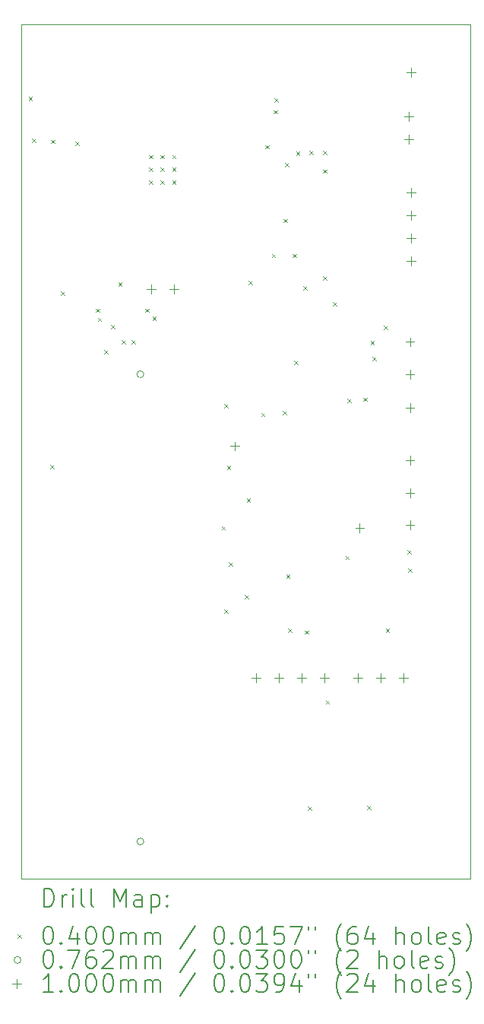
<source format=gbr>
%FSLAX45Y45*%
G04 Gerber Fmt 4.5, Leading zero omitted, Abs format (unit mm)*
G04 Created by KiCad (PCBNEW 6.0.0-d3dd2cf0fa~116~ubuntu20.04.1) date 2022-02-22 07:52:54*
%MOMM*%
%LPD*%
G01*
G04 APERTURE LIST*
%TA.AperFunction,Profile*%
%ADD10C,0.100000*%
%TD*%
%ADD11C,0.200000*%
%ADD12C,0.040000*%
%ADD13C,0.076200*%
%ADD14C,0.100000*%
G04 APERTURE END LIST*
D10*
X4300000Y-3200000D02*
X9300000Y-3200000D01*
X9300000Y-3200000D02*
X9300000Y-12700000D01*
X9300000Y-12700000D02*
X4300000Y-12700000D01*
X4300000Y-12700000D02*
X4300000Y-3200000D01*
D11*
D12*
X4380000Y-4000000D02*
X4420000Y-4040000D01*
X4420000Y-4000000D02*
X4380000Y-4040000D01*
X4420000Y-4470000D02*
X4460000Y-4510000D01*
X4460000Y-4470000D02*
X4420000Y-4510000D01*
X4620000Y-8100000D02*
X4660000Y-8140000D01*
X4660000Y-8100000D02*
X4620000Y-8140000D01*
X4630000Y-4480000D02*
X4670000Y-4520000D01*
X4670000Y-4480000D02*
X4630000Y-4520000D01*
X4740000Y-6170000D02*
X4780000Y-6210000D01*
X4780000Y-6170000D02*
X4740000Y-6210000D01*
X4900000Y-4500000D02*
X4940000Y-4540000D01*
X4940000Y-4500000D02*
X4900000Y-4540000D01*
X5130000Y-6360000D02*
X5170000Y-6400000D01*
X5170000Y-6360000D02*
X5130000Y-6400000D01*
X5150069Y-6460069D02*
X5190069Y-6500069D01*
X5190069Y-6460069D02*
X5150069Y-6500069D01*
X5220000Y-6820000D02*
X5260000Y-6860000D01*
X5260000Y-6820000D02*
X5220000Y-6860000D01*
X5300000Y-6540000D02*
X5340000Y-6580000D01*
X5340000Y-6540000D02*
X5300000Y-6580000D01*
X5380000Y-6070000D02*
X5420000Y-6110000D01*
X5420000Y-6070000D02*
X5380000Y-6110000D01*
X5414950Y-6710000D02*
X5454950Y-6750000D01*
X5454950Y-6710000D02*
X5414950Y-6750000D01*
X5530000Y-6710000D02*
X5570000Y-6750000D01*
X5570000Y-6710000D02*
X5530000Y-6750000D01*
X5680000Y-6360000D02*
X5720000Y-6400000D01*
X5720000Y-6360000D02*
X5680000Y-6400000D01*
X5720000Y-4650000D02*
X5760000Y-4690000D01*
X5760000Y-4650000D02*
X5720000Y-4690000D01*
X5720000Y-4790000D02*
X5760000Y-4830000D01*
X5760000Y-4790000D02*
X5720000Y-4830000D01*
X5720000Y-4930000D02*
X5760000Y-4970000D01*
X5760000Y-4930000D02*
X5720000Y-4970000D01*
X5760000Y-6450000D02*
X5800000Y-6490000D01*
X5800000Y-6450000D02*
X5760000Y-6490000D01*
X5850000Y-4650000D02*
X5890000Y-4690000D01*
X5890000Y-4650000D02*
X5850000Y-4690000D01*
X5850000Y-4790000D02*
X5890000Y-4830000D01*
X5890000Y-4790000D02*
X5850000Y-4830000D01*
X5850000Y-4930000D02*
X5890000Y-4970000D01*
X5890000Y-4930000D02*
X5850000Y-4970000D01*
X5980000Y-4650000D02*
X6020000Y-4690000D01*
X6020000Y-4650000D02*
X5980000Y-4690000D01*
X5980000Y-4790000D02*
X6020000Y-4830000D01*
X6020000Y-4790000D02*
X5980000Y-4830000D01*
X5980000Y-4930000D02*
X6020000Y-4970000D01*
X6020000Y-4930000D02*
X5980000Y-4970000D01*
X6530000Y-8780000D02*
X6570000Y-8820000D01*
X6570000Y-8780000D02*
X6530000Y-8820000D01*
X6560000Y-7420000D02*
X6600000Y-7460000D01*
X6600000Y-7420000D02*
X6560000Y-7460000D01*
X6560000Y-9710000D02*
X6600000Y-9750000D01*
X6600000Y-9710000D02*
X6560000Y-9750000D01*
X6590000Y-8110000D02*
X6630000Y-8150000D01*
X6630000Y-8110000D02*
X6590000Y-8150000D01*
X6610000Y-9180000D02*
X6650000Y-9220000D01*
X6650000Y-9180000D02*
X6610000Y-9220000D01*
X6790000Y-9550000D02*
X6830000Y-9590000D01*
X6830000Y-9550000D02*
X6790000Y-9590000D01*
X6810000Y-8470000D02*
X6850000Y-8510000D01*
X6850000Y-8470000D02*
X6810000Y-8510000D01*
X6830000Y-6050000D02*
X6870000Y-6090000D01*
X6870000Y-6050000D02*
X6830000Y-6090000D01*
X6970000Y-7520000D02*
X7010000Y-7560000D01*
X7010000Y-7520000D02*
X6970000Y-7560000D01*
X7020000Y-4540000D02*
X7060000Y-4580000D01*
X7060000Y-4540000D02*
X7020000Y-4580000D01*
X7090000Y-5750000D02*
X7130000Y-5790000D01*
X7130000Y-5750000D02*
X7090000Y-5790000D01*
X7110000Y-4150000D02*
X7150000Y-4190000D01*
X7150000Y-4150000D02*
X7110000Y-4190000D01*
X7120000Y-4020000D02*
X7160000Y-4060000D01*
X7160000Y-4020000D02*
X7120000Y-4060000D01*
X7210000Y-7500000D02*
X7250000Y-7540000D01*
X7250000Y-7500000D02*
X7210000Y-7540000D01*
X7220000Y-5360000D02*
X7260000Y-5400000D01*
X7260000Y-5360000D02*
X7220000Y-5400000D01*
X7240000Y-4740000D02*
X7280000Y-4780000D01*
X7280000Y-4740000D02*
X7240000Y-4780000D01*
X7250000Y-9320000D02*
X7290000Y-9360000D01*
X7290000Y-9320000D02*
X7250000Y-9360000D01*
X7270000Y-9920000D02*
X7310000Y-9960000D01*
X7310000Y-9920000D02*
X7270000Y-9960000D01*
X7320000Y-5750000D02*
X7360000Y-5790000D01*
X7360000Y-5750000D02*
X7320000Y-5790000D01*
X7340000Y-6940000D02*
X7380000Y-6980000D01*
X7380000Y-6940000D02*
X7340000Y-6980000D01*
X7360000Y-4610000D02*
X7400000Y-4650000D01*
X7400000Y-4610000D02*
X7360000Y-4650000D01*
X7440000Y-6110000D02*
X7480000Y-6150000D01*
X7480000Y-6110000D02*
X7440000Y-6150000D01*
X7460000Y-9940000D02*
X7500000Y-9980000D01*
X7500000Y-9940000D02*
X7460000Y-9980000D01*
X7490000Y-11900000D02*
X7530000Y-11940000D01*
X7530000Y-11900000D02*
X7490000Y-11940000D01*
X7510000Y-4600000D02*
X7550000Y-4640000D01*
X7550000Y-4600000D02*
X7510000Y-4640000D01*
X7660000Y-4600000D02*
X7700000Y-4640000D01*
X7700000Y-4600000D02*
X7660000Y-4640000D01*
X7660000Y-4810000D02*
X7700000Y-4850000D01*
X7700000Y-4810000D02*
X7660000Y-4850000D01*
X7660000Y-6000000D02*
X7700000Y-6040000D01*
X7700000Y-6000000D02*
X7660000Y-6040000D01*
X7690000Y-10720000D02*
X7730000Y-10760000D01*
X7730000Y-10720000D02*
X7690000Y-10760000D01*
X7770000Y-6290000D02*
X7810000Y-6330000D01*
X7810000Y-6290000D02*
X7770000Y-6330000D01*
X7910000Y-9110000D02*
X7950000Y-9150000D01*
X7950000Y-9110000D02*
X7910000Y-9150000D01*
X7930000Y-7360000D02*
X7970000Y-7400000D01*
X7970000Y-7360000D02*
X7930000Y-7400000D01*
X8110000Y-7350000D02*
X8150000Y-7390000D01*
X8150000Y-7350000D02*
X8110000Y-7390000D01*
X8150000Y-11890000D02*
X8190000Y-11930000D01*
X8190000Y-11890000D02*
X8150000Y-11930000D01*
X8190000Y-6720000D02*
X8230000Y-6760000D01*
X8230000Y-6720000D02*
X8190000Y-6760000D01*
X8210000Y-6900000D02*
X8250000Y-6940000D01*
X8250000Y-6900000D02*
X8210000Y-6940000D01*
X8340000Y-6550000D02*
X8380000Y-6590000D01*
X8380000Y-6550000D02*
X8340000Y-6590000D01*
X8360000Y-9920000D02*
X8400000Y-9960000D01*
X8400000Y-9920000D02*
X8360000Y-9960000D01*
X8600000Y-9050000D02*
X8640000Y-9090000D01*
X8640000Y-9050000D02*
X8600000Y-9090000D01*
X8610000Y-9250000D02*
X8650000Y-9290000D01*
X8650000Y-9250000D02*
X8610000Y-9290000D01*
D13*
X5663500Y-7090000D02*
G75*
G03*
X5663500Y-7090000I-38100J0D01*
G01*
X5663500Y-12290000D02*
G75*
G03*
X5663500Y-12290000I-38100J0D01*
G01*
D14*
X5743500Y-6090000D02*
X5743500Y-6190000D01*
X5693500Y-6140000D02*
X5793500Y-6140000D01*
X5997500Y-6090000D02*
X5997500Y-6190000D01*
X5947500Y-6140000D02*
X6047500Y-6140000D01*
X6680000Y-7840000D02*
X6680000Y-7940000D01*
X6630000Y-7890000D02*
X6730000Y-7890000D01*
X6916000Y-10420000D02*
X6916000Y-10520000D01*
X6866000Y-10470000D02*
X6966000Y-10470000D01*
X7170000Y-10420000D02*
X7170000Y-10520000D01*
X7120000Y-10470000D02*
X7220000Y-10470000D01*
X7424000Y-10420000D02*
X7424000Y-10520000D01*
X7374000Y-10470000D02*
X7474000Y-10470000D01*
X7678000Y-10420000D02*
X7678000Y-10520000D01*
X7628000Y-10470000D02*
X7728000Y-10470000D01*
X8052000Y-10420000D02*
X8052000Y-10520000D01*
X8002000Y-10470000D02*
X8102000Y-10470000D01*
X8070000Y-8750000D02*
X8070000Y-8850000D01*
X8020000Y-8800000D02*
X8120000Y-8800000D01*
X8306000Y-10420000D02*
X8306000Y-10520000D01*
X8256000Y-10470000D02*
X8356000Y-10470000D01*
X8560000Y-10420000D02*
X8560000Y-10520000D01*
X8510000Y-10470000D02*
X8610000Y-10470000D01*
X8620000Y-4170000D02*
X8620000Y-4270000D01*
X8570000Y-4220000D02*
X8670000Y-4220000D01*
X8620000Y-4424000D02*
X8620000Y-4524000D01*
X8570000Y-4474000D02*
X8670000Y-4474000D01*
X8630000Y-6680000D02*
X8630000Y-6780000D01*
X8580000Y-6730000D02*
X8680000Y-6730000D01*
X8630000Y-7040000D02*
X8630000Y-7140000D01*
X8580000Y-7090000D02*
X8680000Y-7090000D01*
X8630000Y-7410000D02*
X8630000Y-7510000D01*
X8580000Y-7460000D02*
X8680000Y-7460000D01*
X8630000Y-8000000D02*
X8630000Y-8100000D01*
X8580000Y-8050000D02*
X8680000Y-8050000D01*
X8630000Y-8360000D02*
X8630000Y-8460000D01*
X8580000Y-8410000D02*
X8680000Y-8410000D01*
X8630000Y-8720000D02*
X8630000Y-8820000D01*
X8580000Y-8770000D02*
X8680000Y-8770000D01*
X8640000Y-3680000D02*
X8640000Y-3780000D01*
X8590000Y-3730000D02*
X8690000Y-3730000D01*
X8640000Y-5020000D02*
X8640000Y-5120000D01*
X8590000Y-5070000D02*
X8690000Y-5070000D01*
X8640000Y-5274000D02*
X8640000Y-5374000D01*
X8590000Y-5324000D02*
X8690000Y-5324000D01*
X8640000Y-5528000D02*
X8640000Y-5628000D01*
X8590000Y-5578000D02*
X8690000Y-5578000D01*
X8640000Y-5782000D02*
X8640000Y-5882000D01*
X8590000Y-5832000D02*
X8690000Y-5832000D01*
D11*
X4552619Y-13015476D02*
X4552619Y-12815476D01*
X4600238Y-12815476D01*
X4628810Y-12825000D01*
X4647857Y-12844048D01*
X4657381Y-12863095D01*
X4666905Y-12901190D01*
X4666905Y-12929762D01*
X4657381Y-12967857D01*
X4647857Y-12986905D01*
X4628810Y-13005952D01*
X4600238Y-13015476D01*
X4552619Y-13015476D01*
X4752619Y-13015476D02*
X4752619Y-12882143D01*
X4752619Y-12920238D02*
X4762143Y-12901190D01*
X4771667Y-12891667D01*
X4790714Y-12882143D01*
X4809762Y-12882143D01*
X4876429Y-13015476D02*
X4876429Y-12882143D01*
X4876429Y-12815476D02*
X4866905Y-12825000D01*
X4876429Y-12834524D01*
X4885952Y-12825000D01*
X4876429Y-12815476D01*
X4876429Y-12834524D01*
X5000238Y-13015476D02*
X4981190Y-13005952D01*
X4971667Y-12986905D01*
X4971667Y-12815476D01*
X5105000Y-13015476D02*
X5085952Y-13005952D01*
X5076429Y-12986905D01*
X5076429Y-12815476D01*
X5333571Y-13015476D02*
X5333571Y-12815476D01*
X5400238Y-12958333D01*
X5466905Y-12815476D01*
X5466905Y-13015476D01*
X5647857Y-13015476D02*
X5647857Y-12910714D01*
X5638333Y-12891667D01*
X5619286Y-12882143D01*
X5581190Y-12882143D01*
X5562143Y-12891667D01*
X5647857Y-13005952D02*
X5628809Y-13015476D01*
X5581190Y-13015476D01*
X5562143Y-13005952D01*
X5552619Y-12986905D01*
X5552619Y-12967857D01*
X5562143Y-12948809D01*
X5581190Y-12939286D01*
X5628809Y-12939286D01*
X5647857Y-12929762D01*
X5743095Y-12882143D02*
X5743095Y-13082143D01*
X5743095Y-12891667D02*
X5762143Y-12882143D01*
X5800238Y-12882143D01*
X5819286Y-12891667D01*
X5828809Y-12901190D01*
X5838333Y-12920238D01*
X5838333Y-12977381D01*
X5828809Y-12996428D01*
X5819286Y-13005952D01*
X5800238Y-13015476D01*
X5762143Y-13015476D01*
X5743095Y-13005952D01*
X5924048Y-12996428D02*
X5933571Y-13005952D01*
X5924048Y-13015476D01*
X5914524Y-13005952D01*
X5924048Y-12996428D01*
X5924048Y-13015476D01*
X5924048Y-12891667D02*
X5933571Y-12901190D01*
X5924048Y-12910714D01*
X5914524Y-12901190D01*
X5924048Y-12891667D01*
X5924048Y-12910714D01*
D12*
X4255000Y-13325000D02*
X4295000Y-13365000D01*
X4295000Y-13325000D02*
X4255000Y-13365000D01*
D11*
X4590714Y-13235476D02*
X4609762Y-13235476D01*
X4628810Y-13245000D01*
X4638333Y-13254524D01*
X4647857Y-13273571D01*
X4657381Y-13311667D01*
X4657381Y-13359286D01*
X4647857Y-13397381D01*
X4638333Y-13416428D01*
X4628810Y-13425952D01*
X4609762Y-13435476D01*
X4590714Y-13435476D01*
X4571667Y-13425952D01*
X4562143Y-13416428D01*
X4552619Y-13397381D01*
X4543095Y-13359286D01*
X4543095Y-13311667D01*
X4552619Y-13273571D01*
X4562143Y-13254524D01*
X4571667Y-13245000D01*
X4590714Y-13235476D01*
X4743095Y-13416428D02*
X4752619Y-13425952D01*
X4743095Y-13435476D01*
X4733571Y-13425952D01*
X4743095Y-13416428D01*
X4743095Y-13435476D01*
X4924048Y-13302143D02*
X4924048Y-13435476D01*
X4876429Y-13225952D02*
X4828810Y-13368809D01*
X4952619Y-13368809D01*
X5066905Y-13235476D02*
X5085952Y-13235476D01*
X5105000Y-13245000D01*
X5114524Y-13254524D01*
X5124048Y-13273571D01*
X5133571Y-13311667D01*
X5133571Y-13359286D01*
X5124048Y-13397381D01*
X5114524Y-13416428D01*
X5105000Y-13425952D01*
X5085952Y-13435476D01*
X5066905Y-13435476D01*
X5047857Y-13425952D01*
X5038333Y-13416428D01*
X5028810Y-13397381D01*
X5019286Y-13359286D01*
X5019286Y-13311667D01*
X5028810Y-13273571D01*
X5038333Y-13254524D01*
X5047857Y-13245000D01*
X5066905Y-13235476D01*
X5257381Y-13235476D02*
X5276429Y-13235476D01*
X5295476Y-13245000D01*
X5305000Y-13254524D01*
X5314524Y-13273571D01*
X5324048Y-13311667D01*
X5324048Y-13359286D01*
X5314524Y-13397381D01*
X5305000Y-13416428D01*
X5295476Y-13425952D01*
X5276429Y-13435476D01*
X5257381Y-13435476D01*
X5238333Y-13425952D01*
X5228810Y-13416428D01*
X5219286Y-13397381D01*
X5209762Y-13359286D01*
X5209762Y-13311667D01*
X5219286Y-13273571D01*
X5228810Y-13254524D01*
X5238333Y-13245000D01*
X5257381Y-13235476D01*
X5409762Y-13435476D02*
X5409762Y-13302143D01*
X5409762Y-13321190D02*
X5419286Y-13311667D01*
X5438333Y-13302143D01*
X5466905Y-13302143D01*
X5485952Y-13311667D01*
X5495476Y-13330714D01*
X5495476Y-13435476D01*
X5495476Y-13330714D02*
X5505000Y-13311667D01*
X5524048Y-13302143D01*
X5552619Y-13302143D01*
X5571667Y-13311667D01*
X5581190Y-13330714D01*
X5581190Y-13435476D01*
X5676428Y-13435476D02*
X5676428Y-13302143D01*
X5676428Y-13321190D02*
X5685952Y-13311667D01*
X5705000Y-13302143D01*
X5733571Y-13302143D01*
X5752619Y-13311667D01*
X5762143Y-13330714D01*
X5762143Y-13435476D01*
X5762143Y-13330714D02*
X5771667Y-13311667D01*
X5790714Y-13302143D01*
X5819286Y-13302143D01*
X5838333Y-13311667D01*
X5847857Y-13330714D01*
X5847857Y-13435476D01*
X6238333Y-13225952D02*
X6066905Y-13483095D01*
X6495476Y-13235476D02*
X6514524Y-13235476D01*
X6533571Y-13245000D01*
X6543095Y-13254524D01*
X6552619Y-13273571D01*
X6562143Y-13311667D01*
X6562143Y-13359286D01*
X6552619Y-13397381D01*
X6543095Y-13416428D01*
X6533571Y-13425952D01*
X6514524Y-13435476D01*
X6495476Y-13435476D01*
X6476428Y-13425952D01*
X6466905Y-13416428D01*
X6457381Y-13397381D01*
X6447857Y-13359286D01*
X6447857Y-13311667D01*
X6457381Y-13273571D01*
X6466905Y-13254524D01*
X6476428Y-13245000D01*
X6495476Y-13235476D01*
X6647857Y-13416428D02*
X6657381Y-13425952D01*
X6647857Y-13435476D01*
X6638333Y-13425952D01*
X6647857Y-13416428D01*
X6647857Y-13435476D01*
X6781190Y-13235476D02*
X6800238Y-13235476D01*
X6819286Y-13245000D01*
X6828809Y-13254524D01*
X6838333Y-13273571D01*
X6847857Y-13311667D01*
X6847857Y-13359286D01*
X6838333Y-13397381D01*
X6828809Y-13416428D01*
X6819286Y-13425952D01*
X6800238Y-13435476D01*
X6781190Y-13435476D01*
X6762143Y-13425952D01*
X6752619Y-13416428D01*
X6743095Y-13397381D01*
X6733571Y-13359286D01*
X6733571Y-13311667D01*
X6743095Y-13273571D01*
X6752619Y-13254524D01*
X6762143Y-13245000D01*
X6781190Y-13235476D01*
X7038333Y-13435476D02*
X6924048Y-13435476D01*
X6981190Y-13435476D02*
X6981190Y-13235476D01*
X6962143Y-13264048D01*
X6943095Y-13283095D01*
X6924048Y-13292619D01*
X7219286Y-13235476D02*
X7124048Y-13235476D01*
X7114524Y-13330714D01*
X7124048Y-13321190D01*
X7143095Y-13311667D01*
X7190714Y-13311667D01*
X7209762Y-13321190D01*
X7219286Y-13330714D01*
X7228809Y-13349762D01*
X7228809Y-13397381D01*
X7219286Y-13416428D01*
X7209762Y-13425952D01*
X7190714Y-13435476D01*
X7143095Y-13435476D01*
X7124048Y-13425952D01*
X7114524Y-13416428D01*
X7295476Y-13235476D02*
X7428809Y-13235476D01*
X7343095Y-13435476D01*
X7495476Y-13235476D02*
X7495476Y-13273571D01*
X7571667Y-13235476D02*
X7571667Y-13273571D01*
X7866905Y-13511667D02*
X7857381Y-13502143D01*
X7838333Y-13473571D01*
X7828809Y-13454524D01*
X7819286Y-13425952D01*
X7809762Y-13378333D01*
X7809762Y-13340238D01*
X7819286Y-13292619D01*
X7828809Y-13264048D01*
X7838333Y-13245000D01*
X7857381Y-13216428D01*
X7866905Y-13206905D01*
X8028809Y-13235476D02*
X7990714Y-13235476D01*
X7971667Y-13245000D01*
X7962143Y-13254524D01*
X7943095Y-13283095D01*
X7933571Y-13321190D01*
X7933571Y-13397381D01*
X7943095Y-13416428D01*
X7952619Y-13425952D01*
X7971667Y-13435476D01*
X8009762Y-13435476D01*
X8028809Y-13425952D01*
X8038333Y-13416428D01*
X8047857Y-13397381D01*
X8047857Y-13349762D01*
X8038333Y-13330714D01*
X8028809Y-13321190D01*
X8009762Y-13311667D01*
X7971667Y-13311667D01*
X7952619Y-13321190D01*
X7943095Y-13330714D01*
X7933571Y-13349762D01*
X8219286Y-13302143D02*
X8219286Y-13435476D01*
X8171667Y-13225952D02*
X8124048Y-13368809D01*
X8247857Y-13368809D01*
X8476429Y-13435476D02*
X8476429Y-13235476D01*
X8562143Y-13435476D02*
X8562143Y-13330714D01*
X8552619Y-13311667D01*
X8533571Y-13302143D01*
X8505000Y-13302143D01*
X8485952Y-13311667D01*
X8476429Y-13321190D01*
X8685952Y-13435476D02*
X8666905Y-13425952D01*
X8657381Y-13416428D01*
X8647857Y-13397381D01*
X8647857Y-13340238D01*
X8657381Y-13321190D01*
X8666905Y-13311667D01*
X8685952Y-13302143D01*
X8714524Y-13302143D01*
X8733571Y-13311667D01*
X8743095Y-13321190D01*
X8752619Y-13340238D01*
X8752619Y-13397381D01*
X8743095Y-13416428D01*
X8733571Y-13425952D01*
X8714524Y-13435476D01*
X8685952Y-13435476D01*
X8866905Y-13435476D02*
X8847857Y-13425952D01*
X8838333Y-13406905D01*
X8838333Y-13235476D01*
X9019286Y-13425952D02*
X9000238Y-13435476D01*
X8962143Y-13435476D01*
X8943095Y-13425952D01*
X8933571Y-13406905D01*
X8933571Y-13330714D01*
X8943095Y-13311667D01*
X8962143Y-13302143D01*
X9000238Y-13302143D01*
X9019286Y-13311667D01*
X9028810Y-13330714D01*
X9028810Y-13349762D01*
X8933571Y-13368809D01*
X9105000Y-13425952D02*
X9124048Y-13435476D01*
X9162143Y-13435476D01*
X9181190Y-13425952D01*
X9190714Y-13406905D01*
X9190714Y-13397381D01*
X9181190Y-13378333D01*
X9162143Y-13368809D01*
X9133571Y-13368809D01*
X9114524Y-13359286D01*
X9105000Y-13340238D01*
X9105000Y-13330714D01*
X9114524Y-13311667D01*
X9133571Y-13302143D01*
X9162143Y-13302143D01*
X9181190Y-13311667D01*
X9257381Y-13511667D02*
X9266905Y-13502143D01*
X9285952Y-13473571D01*
X9295476Y-13454524D01*
X9305000Y-13425952D01*
X9314524Y-13378333D01*
X9314524Y-13340238D01*
X9305000Y-13292619D01*
X9295476Y-13264048D01*
X9285952Y-13245000D01*
X9266905Y-13216428D01*
X9257381Y-13206905D01*
D13*
X4295000Y-13609000D02*
G75*
G03*
X4295000Y-13609000I-38100J0D01*
G01*
D11*
X4590714Y-13499476D02*
X4609762Y-13499476D01*
X4628810Y-13509000D01*
X4638333Y-13518524D01*
X4647857Y-13537571D01*
X4657381Y-13575667D01*
X4657381Y-13623286D01*
X4647857Y-13661381D01*
X4638333Y-13680428D01*
X4628810Y-13689952D01*
X4609762Y-13699476D01*
X4590714Y-13699476D01*
X4571667Y-13689952D01*
X4562143Y-13680428D01*
X4552619Y-13661381D01*
X4543095Y-13623286D01*
X4543095Y-13575667D01*
X4552619Y-13537571D01*
X4562143Y-13518524D01*
X4571667Y-13509000D01*
X4590714Y-13499476D01*
X4743095Y-13680428D02*
X4752619Y-13689952D01*
X4743095Y-13699476D01*
X4733571Y-13689952D01*
X4743095Y-13680428D01*
X4743095Y-13699476D01*
X4819286Y-13499476D02*
X4952619Y-13499476D01*
X4866905Y-13699476D01*
X5114524Y-13499476D02*
X5076429Y-13499476D01*
X5057381Y-13509000D01*
X5047857Y-13518524D01*
X5028810Y-13547095D01*
X5019286Y-13585190D01*
X5019286Y-13661381D01*
X5028810Y-13680428D01*
X5038333Y-13689952D01*
X5057381Y-13699476D01*
X5095476Y-13699476D01*
X5114524Y-13689952D01*
X5124048Y-13680428D01*
X5133571Y-13661381D01*
X5133571Y-13613762D01*
X5124048Y-13594714D01*
X5114524Y-13585190D01*
X5095476Y-13575667D01*
X5057381Y-13575667D01*
X5038333Y-13585190D01*
X5028810Y-13594714D01*
X5019286Y-13613762D01*
X5209762Y-13518524D02*
X5219286Y-13509000D01*
X5238333Y-13499476D01*
X5285952Y-13499476D01*
X5305000Y-13509000D01*
X5314524Y-13518524D01*
X5324048Y-13537571D01*
X5324048Y-13556619D01*
X5314524Y-13585190D01*
X5200238Y-13699476D01*
X5324048Y-13699476D01*
X5409762Y-13699476D02*
X5409762Y-13566143D01*
X5409762Y-13585190D02*
X5419286Y-13575667D01*
X5438333Y-13566143D01*
X5466905Y-13566143D01*
X5485952Y-13575667D01*
X5495476Y-13594714D01*
X5495476Y-13699476D01*
X5495476Y-13594714D02*
X5505000Y-13575667D01*
X5524048Y-13566143D01*
X5552619Y-13566143D01*
X5571667Y-13575667D01*
X5581190Y-13594714D01*
X5581190Y-13699476D01*
X5676428Y-13699476D02*
X5676428Y-13566143D01*
X5676428Y-13585190D02*
X5685952Y-13575667D01*
X5705000Y-13566143D01*
X5733571Y-13566143D01*
X5752619Y-13575667D01*
X5762143Y-13594714D01*
X5762143Y-13699476D01*
X5762143Y-13594714D02*
X5771667Y-13575667D01*
X5790714Y-13566143D01*
X5819286Y-13566143D01*
X5838333Y-13575667D01*
X5847857Y-13594714D01*
X5847857Y-13699476D01*
X6238333Y-13489952D02*
X6066905Y-13747095D01*
X6495476Y-13499476D02*
X6514524Y-13499476D01*
X6533571Y-13509000D01*
X6543095Y-13518524D01*
X6552619Y-13537571D01*
X6562143Y-13575667D01*
X6562143Y-13623286D01*
X6552619Y-13661381D01*
X6543095Y-13680428D01*
X6533571Y-13689952D01*
X6514524Y-13699476D01*
X6495476Y-13699476D01*
X6476428Y-13689952D01*
X6466905Y-13680428D01*
X6457381Y-13661381D01*
X6447857Y-13623286D01*
X6447857Y-13575667D01*
X6457381Y-13537571D01*
X6466905Y-13518524D01*
X6476428Y-13509000D01*
X6495476Y-13499476D01*
X6647857Y-13680428D02*
X6657381Y-13689952D01*
X6647857Y-13699476D01*
X6638333Y-13689952D01*
X6647857Y-13680428D01*
X6647857Y-13699476D01*
X6781190Y-13499476D02*
X6800238Y-13499476D01*
X6819286Y-13509000D01*
X6828809Y-13518524D01*
X6838333Y-13537571D01*
X6847857Y-13575667D01*
X6847857Y-13623286D01*
X6838333Y-13661381D01*
X6828809Y-13680428D01*
X6819286Y-13689952D01*
X6800238Y-13699476D01*
X6781190Y-13699476D01*
X6762143Y-13689952D01*
X6752619Y-13680428D01*
X6743095Y-13661381D01*
X6733571Y-13623286D01*
X6733571Y-13575667D01*
X6743095Y-13537571D01*
X6752619Y-13518524D01*
X6762143Y-13509000D01*
X6781190Y-13499476D01*
X6914524Y-13499476D02*
X7038333Y-13499476D01*
X6971667Y-13575667D01*
X7000238Y-13575667D01*
X7019286Y-13585190D01*
X7028809Y-13594714D01*
X7038333Y-13613762D01*
X7038333Y-13661381D01*
X7028809Y-13680428D01*
X7019286Y-13689952D01*
X7000238Y-13699476D01*
X6943095Y-13699476D01*
X6924048Y-13689952D01*
X6914524Y-13680428D01*
X7162143Y-13499476D02*
X7181190Y-13499476D01*
X7200238Y-13509000D01*
X7209762Y-13518524D01*
X7219286Y-13537571D01*
X7228809Y-13575667D01*
X7228809Y-13623286D01*
X7219286Y-13661381D01*
X7209762Y-13680428D01*
X7200238Y-13689952D01*
X7181190Y-13699476D01*
X7162143Y-13699476D01*
X7143095Y-13689952D01*
X7133571Y-13680428D01*
X7124048Y-13661381D01*
X7114524Y-13623286D01*
X7114524Y-13575667D01*
X7124048Y-13537571D01*
X7133571Y-13518524D01*
X7143095Y-13509000D01*
X7162143Y-13499476D01*
X7352619Y-13499476D02*
X7371667Y-13499476D01*
X7390714Y-13509000D01*
X7400238Y-13518524D01*
X7409762Y-13537571D01*
X7419286Y-13575667D01*
X7419286Y-13623286D01*
X7409762Y-13661381D01*
X7400238Y-13680428D01*
X7390714Y-13689952D01*
X7371667Y-13699476D01*
X7352619Y-13699476D01*
X7333571Y-13689952D01*
X7324048Y-13680428D01*
X7314524Y-13661381D01*
X7305000Y-13623286D01*
X7305000Y-13575667D01*
X7314524Y-13537571D01*
X7324048Y-13518524D01*
X7333571Y-13509000D01*
X7352619Y-13499476D01*
X7495476Y-13499476D02*
X7495476Y-13537571D01*
X7571667Y-13499476D02*
X7571667Y-13537571D01*
X7866905Y-13775667D02*
X7857381Y-13766143D01*
X7838333Y-13737571D01*
X7828809Y-13718524D01*
X7819286Y-13689952D01*
X7809762Y-13642333D01*
X7809762Y-13604238D01*
X7819286Y-13556619D01*
X7828809Y-13528048D01*
X7838333Y-13509000D01*
X7857381Y-13480428D01*
X7866905Y-13470905D01*
X7933571Y-13518524D02*
X7943095Y-13509000D01*
X7962143Y-13499476D01*
X8009762Y-13499476D01*
X8028809Y-13509000D01*
X8038333Y-13518524D01*
X8047857Y-13537571D01*
X8047857Y-13556619D01*
X8038333Y-13585190D01*
X7924048Y-13699476D01*
X8047857Y-13699476D01*
X8285952Y-13699476D02*
X8285952Y-13499476D01*
X8371667Y-13699476D02*
X8371667Y-13594714D01*
X8362143Y-13575667D01*
X8343095Y-13566143D01*
X8314524Y-13566143D01*
X8295476Y-13575667D01*
X8285952Y-13585190D01*
X8495476Y-13699476D02*
X8476429Y-13689952D01*
X8466905Y-13680428D01*
X8457381Y-13661381D01*
X8457381Y-13604238D01*
X8466905Y-13585190D01*
X8476429Y-13575667D01*
X8495476Y-13566143D01*
X8524048Y-13566143D01*
X8543095Y-13575667D01*
X8552619Y-13585190D01*
X8562143Y-13604238D01*
X8562143Y-13661381D01*
X8552619Y-13680428D01*
X8543095Y-13689952D01*
X8524048Y-13699476D01*
X8495476Y-13699476D01*
X8676429Y-13699476D02*
X8657381Y-13689952D01*
X8647857Y-13670905D01*
X8647857Y-13499476D01*
X8828810Y-13689952D02*
X8809762Y-13699476D01*
X8771667Y-13699476D01*
X8752619Y-13689952D01*
X8743095Y-13670905D01*
X8743095Y-13594714D01*
X8752619Y-13575667D01*
X8771667Y-13566143D01*
X8809762Y-13566143D01*
X8828810Y-13575667D01*
X8838333Y-13594714D01*
X8838333Y-13613762D01*
X8743095Y-13632809D01*
X8914524Y-13689952D02*
X8933571Y-13699476D01*
X8971667Y-13699476D01*
X8990714Y-13689952D01*
X9000238Y-13670905D01*
X9000238Y-13661381D01*
X8990714Y-13642333D01*
X8971667Y-13632809D01*
X8943095Y-13632809D01*
X8924048Y-13623286D01*
X8914524Y-13604238D01*
X8914524Y-13594714D01*
X8924048Y-13575667D01*
X8943095Y-13566143D01*
X8971667Y-13566143D01*
X8990714Y-13575667D01*
X9066905Y-13775667D02*
X9076429Y-13766143D01*
X9095476Y-13737571D01*
X9105000Y-13718524D01*
X9114524Y-13689952D01*
X9124048Y-13642333D01*
X9124048Y-13604238D01*
X9114524Y-13556619D01*
X9105000Y-13528048D01*
X9095476Y-13509000D01*
X9076429Y-13480428D01*
X9066905Y-13470905D01*
D14*
X4245000Y-13823000D02*
X4245000Y-13923000D01*
X4195000Y-13873000D02*
X4295000Y-13873000D01*
D11*
X4657381Y-13963476D02*
X4543095Y-13963476D01*
X4600238Y-13963476D02*
X4600238Y-13763476D01*
X4581190Y-13792048D01*
X4562143Y-13811095D01*
X4543095Y-13820619D01*
X4743095Y-13944428D02*
X4752619Y-13953952D01*
X4743095Y-13963476D01*
X4733571Y-13953952D01*
X4743095Y-13944428D01*
X4743095Y-13963476D01*
X4876429Y-13763476D02*
X4895476Y-13763476D01*
X4914524Y-13773000D01*
X4924048Y-13782524D01*
X4933571Y-13801571D01*
X4943095Y-13839667D01*
X4943095Y-13887286D01*
X4933571Y-13925381D01*
X4924048Y-13944428D01*
X4914524Y-13953952D01*
X4895476Y-13963476D01*
X4876429Y-13963476D01*
X4857381Y-13953952D01*
X4847857Y-13944428D01*
X4838333Y-13925381D01*
X4828810Y-13887286D01*
X4828810Y-13839667D01*
X4838333Y-13801571D01*
X4847857Y-13782524D01*
X4857381Y-13773000D01*
X4876429Y-13763476D01*
X5066905Y-13763476D02*
X5085952Y-13763476D01*
X5105000Y-13773000D01*
X5114524Y-13782524D01*
X5124048Y-13801571D01*
X5133571Y-13839667D01*
X5133571Y-13887286D01*
X5124048Y-13925381D01*
X5114524Y-13944428D01*
X5105000Y-13953952D01*
X5085952Y-13963476D01*
X5066905Y-13963476D01*
X5047857Y-13953952D01*
X5038333Y-13944428D01*
X5028810Y-13925381D01*
X5019286Y-13887286D01*
X5019286Y-13839667D01*
X5028810Y-13801571D01*
X5038333Y-13782524D01*
X5047857Y-13773000D01*
X5066905Y-13763476D01*
X5257381Y-13763476D02*
X5276429Y-13763476D01*
X5295476Y-13773000D01*
X5305000Y-13782524D01*
X5314524Y-13801571D01*
X5324048Y-13839667D01*
X5324048Y-13887286D01*
X5314524Y-13925381D01*
X5305000Y-13944428D01*
X5295476Y-13953952D01*
X5276429Y-13963476D01*
X5257381Y-13963476D01*
X5238333Y-13953952D01*
X5228810Y-13944428D01*
X5219286Y-13925381D01*
X5209762Y-13887286D01*
X5209762Y-13839667D01*
X5219286Y-13801571D01*
X5228810Y-13782524D01*
X5238333Y-13773000D01*
X5257381Y-13763476D01*
X5409762Y-13963476D02*
X5409762Y-13830143D01*
X5409762Y-13849190D02*
X5419286Y-13839667D01*
X5438333Y-13830143D01*
X5466905Y-13830143D01*
X5485952Y-13839667D01*
X5495476Y-13858714D01*
X5495476Y-13963476D01*
X5495476Y-13858714D02*
X5505000Y-13839667D01*
X5524048Y-13830143D01*
X5552619Y-13830143D01*
X5571667Y-13839667D01*
X5581190Y-13858714D01*
X5581190Y-13963476D01*
X5676428Y-13963476D02*
X5676428Y-13830143D01*
X5676428Y-13849190D02*
X5685952Y-13839667D01*
X5705000Y-13830143D01*
X5733571Y-13830143D01*
X5752619Y-13839667D01*
X5762143Y-13858714D01*
X5762143Y-13963476D01*
X5762143Y-13858714D02*
X5771667Y-13839667D01*
X5790714Y-13830143D01*
X5819286Y-13830143D01*
X5838333Y-13839667D01*
X5847857Y-13858714D01*
X5847857Y-13963476D01*
X6238333Y-13753952D02*
X6066905Y-14011095D01*
X6495476Y-13763476D02*
X6514524Y-13763476D01*
X6533571Y-13773000D01*
X6543095Y-13782524D01*
X6552619Y-13801571D01*
X6562143Y-13839667D01*
X6562143Y-13887286D01*
X6552619Y-13925381D01*
X6543095Y-13944428D01*
X6533571Y-13953952D01*
X6514524Y-13963476D01*
X6495476Y-13963476D01*
X6476428Y-13953952D01*
X6466905Y-13944428D01*
X6457381Y-13925381D01*
X6447857Y-13887286D01*
X6447857Y-13839667D01*
X6457381Y-13801571D01*
X6466905Y-13782524D01*
X6476428Y-13773000D01*
X6495476Y-13763476D01*
X6647857Y-13944428D02*
X6657381Y-13953952D01*
X6647857Y-13963476D01*
X6638333Y-13953952D01*
X6647857Y-13944428D01*
X6647857Y-13963476D01*
X6781190Y-13763476D02*
X6800238Y-13763476D01*
X6819286Y-13773000D01*
X6828809Y-13782524D01*
X6838333Y-13801571D01*
X6847857Y-13839667D01*
X6847857Y-13887286D01*
X6838333Y-13925381D01*
X6828809Y-13944428D01*
X6819286Y-13953952D01*
X6800238Y-13963476D01*
X6781190Y-13963476D01*
X6762143Y-13953952D01*
X6752619Y-13944428D01*
X6743095Y-13925381D01*
X6733571Y-13887286D01*
X6733571Y-13839667D01*
X6743095Y-13801571D01*
X6752619Y-13782524D01*
X6762143Y-13773000D01*
X6781190Y-13763476D01*
X6914524Y-13763476D02*
X7038333Y-13763476D01*
X6971667Y-13839667D01*
X7000238Y-13839667D01*
X7019286Y-13849190D01*
X7028809Y-13858714D01*
X7038333Y-13877762D01*
X7038333Y-13925381D01*
X7028809Y-13944428D01*
X7019286Y-13953952D01*
X7000238Y-13963476D01*
X6943095Y-13963476D01*
X6924048Y-13953952D01*
X6914524Y-13944428D01*
X7133571Y-13963476D02*
X7171667Y-13963476D01*
X7190714Y-13953952D01*
X7200238Y-13944428D01*
X7219286Y-13915857D01*
X7228809Y-13877762D01*
X7228809Y-13801571D01*
X7219286Y-13782524D01*
X7209762Y-13773000D01*
X7190714Y-13763476D01*
X7152619Y-13763476D01*
X7133571Y-13773000D01*
X7124048Y-13782524D01*
X7114524Y-13801571D01*
X7114524Y-13849190D01*
X7124048Y-13868238D01*
X7133571Y-13877762D01*
X7152619Y-13887286D01*
X7190714Y-13887286D01*
X7209762Y-13877762D01*
X7219286Y-13868238D01*
X7228809Y-13849190D01*
X7400238Y-13830143D02*
X7400238Y-13963476D01*
X7352619Y-13753952D02*
X7305000Y-13896809D01*
X7428809Y-13896809D01*
X7495476Y-13763476D02*
X7495476Y-13801571D01*
X7571667Y-13763476D02*
X7571667Y-13801571D01*
X7866905Y-14039667D02*
X7857381Y-14030143D01*
X7838333Y-14001571D01*
X7828809Y-13982524D01*
X7819286Y-13953952D01*
X7809762Y-13906333D01*
X7809762Y-13868238D01*
X7819286Y-13820619D01*
X7828809Y-13792048D01*
X7838333Y-13773000D01*
X7857381Y-13744428D01*
X7866905Y-13734905D01*
X7933571Y-13782524D02*
X7943095Y-13773000D01*
X7962143Y-13763476D01*
X8009762Y-13763476D01*
X8028809Y-13773000D01*
X8038333Y-13782524D01*
X8047857Y-13801571D01*
X8047857Y-13820619D01*
X8038333Y-13849190D01*
X7924048Y-13963476D01*
X8047857Y-13963476D01*
X8219286Y-13830143D02*
X8219286Y-13963476D01*
X8171667Y-13753952D02*
X8124048Y-13896809D01*
X8247857Y-13896809D01*
X8476429Y-13963476D02*
X8476429Y-13763476D01*
X8562143Y-13963476D02*
X8562143Y-13858714D01*
X8552619Y-13839667D01*
X8533571Y-13830143D01*
X8505000Y-13830143D01*
X8485952Y-13839667D01*
X8476429Y-13849190D01*
X8685952Y-13963476D02*
X8666905Y-13953952D01*
X8657381Y-13944428D01*
X8647857Y-13925381D01*
X8647857Y-13868238D01*
X8657381Y-13849190D01*
X8666905Y-13839667D01*
X8685952Y-13830143D01*
X8714524Y-13830143D01*
X8733571Y-13839667D01*
X8743095Y-13849190D01*
X8752619Y-13868238D01*
X8752619Y-13925381D01*
X8743095Y-13944428D01*
X8733571Y-13953952D01*
X8714524Y-13963476D01*
X8685952Y-13963476D01*
X8866905Y-13963476D02*
X8847857Y-13953952D01*
X8838333Y-13934905D01*
X8838333Y-13763476D01*
X9019286Y-13953952D02*
X9000238Y-13963476D01*
X8962143Y-13963476D01*
X8943095Y-13953952D01*
X8933571Y-13934905D01*
X8933571Y-13858714D01*
X8943095Y-13839667D01*
X8962143Y-13830143D01*
X9000238Y-13830143D01*
X9019286Y-13839667D01*
X9028810Y-13858714D01*
X9028810Y-13877762D01*
X8933571Y-13896809D01*
X9105000Y-13953952D02*
X9124048Y-13963476D01*
X9162143Y-13963476D01*
X9181190Y-13953952D01*
X9190714Y-13934905D01*
X9190714Y-13925381D01*
X9181190Y-13906333D01*
X9162143Y-13896809D01*
X9133571Y-13896809D01*
X9114524Y-13887286D01*
X9105000Y-13868238D01*
X9105000Y-13858714D01*
X9114524Y-13839667D01*
X9133571Y-13830143D01*
X9162143Y-13830143D01*
X9181190Y-13839667D01*
X9257381Y-14039667D02*
X9266905Y-14030143D01*
X9285952Y-14001571D01*
X9295476Y-13982524D01*
X9305000Y-13953952D01*
X9314524Y-13906333D01*
X9314524Y-13868238D01*
X9305000Y-13820619D01*
X9295476Y-13792048D01*
X9285952Y-13773000D01*
X9266905Y-13744428D01*
X9257381Y-13734905D01*
M02*

</source>
